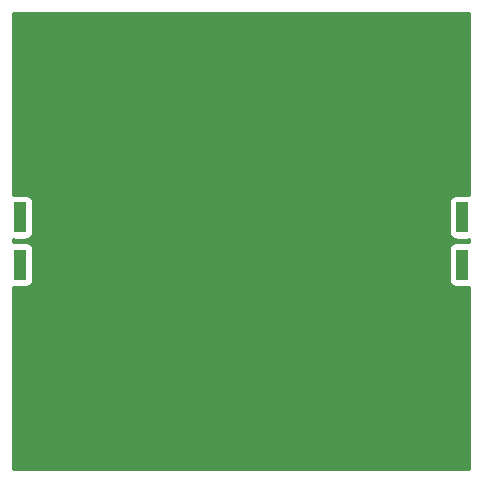
<source format=gbr>
G04 #@! TF.GenerationSoftware,KiCad,Pcbnew,(5.1.4)-1*
G04 #@! TF.CreationDate,2019-10-10T18:27:07+02:00*
G04 #@! TF.ProjectId,Back,4261636b-2e6b-4696-9361-645f70636258,rev?*
G04 #@! TF.SameCoordinates,Original*
G04 #@! TF.FileFunction,Copper,L2,Bot*
G04 #@! TF.FilePolarity,Positive*
%FSLAX46Y46*%
G04 Gerber Fmt 4.6, Leading zero omitted, Abs format (unit mm)*
G04 Created by KiCad (PCBNEW (5.1.4)-1) date 2019-10-10 18:27:07*
%MOMM*%
%LPD*%
G04 APERTURE LIST*
%ADD10R,1.000000X2.500000*%
%ADD11C,0.800000*%
%ADD12C,0.254000*%
G04 APERTURE END LIST*
D10*
X111280000Y-82000000D03*
X111280000Y-78000000D03*
X148720000Y-82000000D03*
X148720000Y-78000000D03*
D11*
X148720000Y-78000000D03*
X148720000Y-82000000D03*
X111280000Y-82000000D03*
X111280000Y-78000000D03*
D12*
G36*
X149315000Y-76121284D02*
G01*
X149220000Y-76111928D01*
X148220000Y-76111928D01*
X148095518Y-76124188D01*
X147975820Y-76160498D01*
X147865506Y-76219463D01*
X147768815Y-76298815D01*
X147689463Y-76395506D01*
X147630498Y-76505820D01*
X147594188Y-76625518D01*
X147581928Y-76750000D01*
X147581928Y-79250000D01*
X147594188Y-79374482D01*
X147630498Y-79494180D01*
X147689463Y-79604494D01*
X147768815Y-79701185D01*
X147865506Y-79780537D01*
X147975820Y-79839502D01*
X148095518Y-79875812D01*
X148220000Y-79888072D01*
X149220000Y-79888072D01*
X149315000Y-79878716D01*
X149315001Y-80121284D01*
X149220000Y-80111928D01*
X148220000Y-80111928D01*
X148095518Y-80124188D01*
X147975820Y-80160498D01*
X147865506Y-80219463D01*
X147768815Y-80298815D01*
X147689463Y-80395506D01*
X147630498Y-80505820D01*
X147594188Y-80625518D01*
X147581928Y-80750000D01*
X147581928Y-83250000D01*
X147594188Y-83374482D01*
X147630498Y-83494180D01*
X147689463Y-83604494D01*
X147768815Y-83701185D01*
X147865506Y-83780537D01*
X147975820Y-83839502D01*
X148095518Y-83875812D01*
X148220000Y-83888072D01*
X149220000Y-83888072D01*
X149315001Y-83878716D01*
X149315001Y-99315000D01*
X110685000Y-99315000D01*
X110685000Y-83878716D01*
X110780000Y-83888072D01*
X111780000Y-83888072D01*
X111904482Y-83875812D01*
X112024180Y-83839502D01*
X112134494Y-83780537D01*
X112231185Y-83701185D01*
X112310537Y-83604494D01*
X112369502Y-83494180D01*
X112405812Y-83374482D01*
X112418072Y-83250000D01*
X112418072Y-80750000D01*
X112405812Y-80625518D01*
X112369502Y-80505820D01*
X112310537Y-80395506D01*
X112231185Y-80298815D01*
X112134494Y-80219463D01*
X112024180Y-80160498D01*
X111904482Y-80124188D01*
X111780000Y-80111928D01*
X110780000Y-80111928D01*
X110685000Y-80121284D01*
X110685000Y-79878716D01*
X110780000Y-79888072D01*
X111780000Y-79888072D01*
X111904482Y-79875812D01*
X112024180Y-79839502D01*
X112134494Y-79780537D01*
X112231185Y-79701185D01*
X112310537Y-79604494D01*
X112369502Y-79494180D01*
X112405812Y-79374482D01*
X112418072Y-79250000D01*
X112418072Y-76750000D01*
X112405812Y-76625518D01*
X112369502Y-76505820D01*
X112310537Y-76395506D01*
X112231185Y-76298815D01*
X112134494Y-76219463D01*
X112024180Y-76160498D01*
X111904482Y-76124188D01*
X111780000Y-76111928D01*
X110780000Y-76111928D01*
X110685000Y-76121284D01*
X110685000Y-60685000D01*
X149315000Y-60685000D01*
X149315000Y-76121284D01*
X149315000Y-76121284D01*
G37*
X149315000Y-76121284D02*
X149220000Y-76111928D01*
X148220000Y-76111928D01*
X148095518Y-76124188D01*
X147975820Y-76160498D01*
X147865506Y-76219463D01*
X147768815Y-76298815D01*
X147689463Y-76395506D01*
X147630498Y-76505820D01*
X147594188Y-76625518D01*
X147581928Y-76750000D01*
X147581928Y-79250000D01*
X147594188Y-79374482D01*
X147630498Y-79494180D01*
X147689463Y-79604494D01*
X147768815Y-79701185D01*
X147865506Y-79780537D01*
X147975820Y-79839502D01*
X148095518Y-79875812D01*
X148220000Y-79888072D01*
X149220000Y-79888072D01*
X149315000Y-79878716D01*
X149315001Y-80121284D01*
X149220000Y-80111928D01*
X148220000Y-80111928D01*
X148095518Y-80124188D01*
X147975820Y-80160498D01*
X147865506Y-80219463D01*
X147768815Y-80298815D01*
X147689463Y-80395506D01*
X147630498Y-80505820D01*
X147594188Y-80625518D01*
X147581928Y-80750000D01*
X147581928Y-83250000D01*
X147594188Y-83374482D01*
X147630498Y-83494180D01*
X147689463Y-83604494D01*
X147768815Y-83701185D01*
X147865506Y-83780537D01*
X147975820Y-83839502D01*
X148095518Y-83875812D01*
X148220000Y-83888072D01*
X149220000Y-83888072D01*
X149315001Y-83878716D01*
X149315001Y-99315000D01*
X110685000Y-99315000D01*
X110685000Y-83878716D01*
X110780000Y-83888072D01*
X111780000Y-83888072D01*
X111904482Y-83875812D01*
X112024180Y-83839502D01*
X112134494Y-83780537D01*
X112231185Y-83701185D01*
X112310537Y-83604494D01*
X112369502Y-83494180D01*
X112405812Y-83374482D01*
X112418072Y-83250000D01*
X112418072Y-80750000D01*
X112405812Y-80625518D01*
X112369502Y-80505820D01*
X112310537Y-80395506D01*
X112231185Y-80298815D01*
X112134494Y-80219463D01*
X112024180Y-80160498D01*
X111904482Y-80124188D01*
X111780000Y-80111928D01*
X110780000Y-80111928D01*
X110685000Y-80121284D01*
X110685000Y-79878716D01*
X110780000Y-79888072D01*
X111780000Y-79888072D01*
X111904482Y-79875812D01*
X112024180Y-79839502D01*
X112134494Y-79780537D01*
X112231185Y-79701185D01*
X112310537Y-79604494D01*
X112369502Y-79494180D01*
X112405812Y-79374482D01*
X112418072Y-79250000D01*
X112418072Y-76750000D01*
X112405812Y-76625518D01*
X112369502Y-76505820D01*
X112310537Y-76395506D01*
X112231185Y-76298815D01*
X112134494Y-76219463D01*
X112024180Y-76160498D01*
X111904482Y-76124188D01*
X111780000Y-76111928D01*
X110780000Y-76111928D01*
X110685000Y-76121284D01*
X110685000Y-60685000D01*
X149315000Y-60685000D01*
X149315000Y-76121284D01*
M02*

</source>
